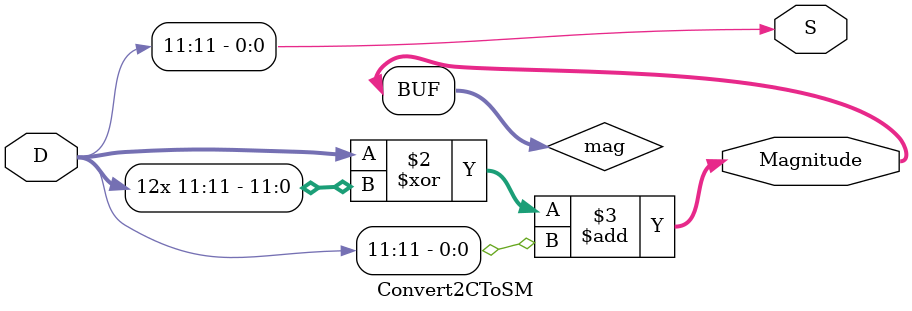
<source format=v>
`timescale 1ns / 1ps
module Convert2CToSM(D, S, Magnitude);
	
	input [11:0] D;
	output S;
	output [11:0] Magnitude;

	reg [11:0] mag;

	always @*
	begin
		mag = (D ^ { 12{S} }) + S;
	end
	
	assign S = D[11];
	assign Magnitude = mag;
	
endmodule

</source>
